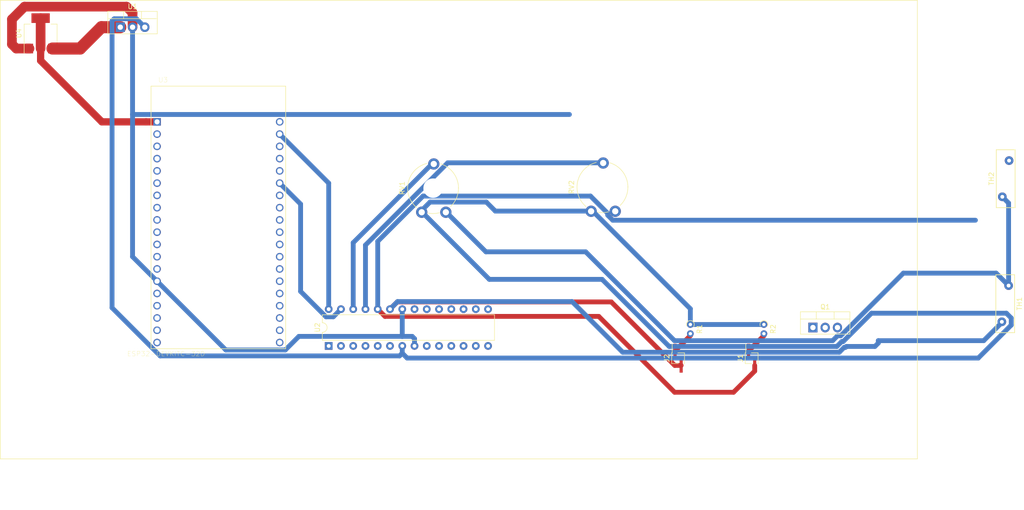
<source format=kicad_pcb>
(kicad_pcb (version 20171130) (host pcbnew "(5.1.2)-2")

  (general
    (thickness 1.6)
    (drawings 31)
    (tracks 112)
    (zones 0)
    (modules 13)
    (nets 69)
  )

  (page A4)
  (layers
    (0 F.Cu signal)
    (31 B.Cu signal)
    (32 B.Adhes user)
    (33 F.Adhes user)
    (34 B.Paste user)
    (35 F.Paste user)
    (36 B.SilkS user)
    (37 F.SilkS user)
    (38 B.Mask user)
    (39 F.Mask user)
    (40 Dwgs.User user)
    (41 Cmts.User user)
    (42 Eco1.User user)
    (43 Eco2.User user)
    (44 Edge.Cuts user)
    (45 Margin user)
    (46 B.CrtYd user)
    (47 F.CrtYd user)
    (48 B.Fab user)
    (49 F.Fab user)
  )

  (setup
    (last_trace_width 1)
    (user_trace_width 0.5)
    (user_trace_width 1)
    (user_trace_width 1.5)
    (user_trace_width 2)
    (user_trace_width 2.5)
    (trace_clearance 0.2)
    (zone_clearance 0.508)
    (zone_45_only no)
    (trace_min 0.2)
    (via_size 0.8)
    (via_drill 0.4)
    (via_min_size 0.4)
    (via_min_drill 0.3)
    (uvia_size 0.3)
    (uvia_drill 0.1)
    (uvias_allowed no)
    (uvia_min_size 0.2)
    (uvia_min_drill 0.1)
    (edge_width 0.05)
    (segment_width 0.2)
    (pcb_text_width 0.3)
    (pcb_text_size 1.5 1.5)
    (mod_edge_width 0.12)
    (mod_text_size 1 1)
    (mod_text_width 0.15)
    (pad_size 1.524 1.524)
    (pad_drill 0.762)
    (pad_to_mask_clearance 0.051)
    (solder_mask_min_width 0.25)
    (aux_axis_origin 0 0)
    (visible_elements 7FFFFFFF)
    (pcbplotparams
      (layerselection 0x010fc_ffffffff)
      (usegerberextensions false)
      (usegerberattributes false)
      (usegerberadvancedattributes false)
      (creategerberjobfile false)
      (excludeedgelayer true)
      (linewidth 0.100000)
      (plotframeref false)
      (viasonmask false)
      (mode 1)
      (useauxorigin false)
      (hpglpennumber 1)
      (hpglpenspeed 20)
      (hpglpendiameter 15.000000)
      (psnegative false)
      (psa4output false)
      (plotreference true)
      (plotvalue true)
      (plotinvisibletext false)
      (padsonsilk false)
      (subtractmaskfromsilk false)
      (outputformat 1)
      (mirror false)
      (drillshape 1)
      (scaleselection 1)
      (outputdirectory ""))
  )

  (net 0 "")
  (net 1 +12V)
  (net 2 GND)
  (net 3 +5V)
  (net 4 "Net-(U2-Pad1)")
  (net 5 "Net-(U2-Pad15)")
  (net 6 "Net-(U2-Pad2)")
  (net 7 "Net-(U2-Pad16)")
  (net 8 "Net-(U2-Pad3)")
  (net 9 "Net-(U2-Pad17)")
  (net 10 "Net-(U2-Pad4)")
  (net 11 "Net-(U2-Pad18)")
  (net 12 "Net-(U2-Pad5)")
  (net 13 "Net-(U2-Pad19)")
  (net 14 "Net-(U2-Pad6)")
  (net 15 "Net-(U2-Pad20)")
  (net 16 "Net-(U2-Pad21)")
  (net 17 "Net-(U2-Pad9)")
  (net 18 "Net-(U2-Pad10)")
  (net 19 "Net-(U2-Pad11)")
  (net 20 "Net-(U2-Pad12)")
  (net 21 "Net-(U2-Pad13)")
  (net 22 "Net-(U2-Pad14)")
  (net 23 DHW-Sensor)
  (net 24 CH-Sensor)
  (net 25 DHW-Pot)
  (net 26 CH-Pot)
  (net 27 SDA)
  (net 28 SCL)
  (net 29 +3V3)
  (net 30 "Net-(J1-Pad1)")
  (net 31 "Net-(J2-Pad1)")
  (net 32 "Net-(Q1-Pad3)")
  (net 33 "Net-(Q1-Pad2)")
  (net 34 "Net-(Q1-Pad1)")
  (net 35 "Net-(U3-Pad38)")
  (net 36 "Net-(U3-Pad37)")
  (net 37 "Net-(U3-Pad36)")
  (net 38 "Net-(U3-Pad35)")
  (net 39 "Net-(U3-Pad34)")
  (net 40 "Net-(U3-Pad33)")
  (net 41 "Net-(U3-Pad32)")
  (net 42 "Net-(U3-Pad31)")
  (net 43 "Net-(U3-Pad30)")
  (net 44 "Net-(U3-Pad29)")
  (net 45 "Net-(U3-Pad28)")
  (net 46 "Net-(U3-Pad27)")
  (net 47 "Net-(U3-Pad26)")
  (net 48 "Net-(U3-Pad24)")
  (net 49 "Net-(U3-Pad23)")
  (net 50 "Net-(U3-Pad22)")
  (net 51 "Net-(U3-Pad20)")
  (net 52 "Net-(U3-Pad18)")
  (net 53 "Net-(U3-Pad17)")
  (net 54 "Net-(U3-Pad16)")
  (net 55 "Net-(U3-Pad15)")
  (net 56 "Net-(U3-Pad13)")
  (net 57 "Net-(U3-Pad12)")
  (net 58 "Net-(U3-Pad11)")
  (net 59 "Net-(U3-Pad10)")
  (net 60 "Net-(U3-Pad9)")
  (net 61 "Net-(U3-Pad8)")
  (net 62 "Net-(U3-Pad7)")
  (net 63 "Net-(U3-Pad6)")
  (net 64 "Net-(U3-Pad5)")
  (net 65 "Net-(U3-Pad4)")
  (net 66 "Net-(U3-Pad3)")
  (net 67 "Net-(U3-Pad19)")
  (net 68 "Net-(U3-Pad2)")

  (net_class Default "This is the default net class."
    (clearance 0.2)
    (trace_width 0.25)
    (via_dia 0.8)
    (via_drill 0.4)
    (uvia_dia 0.3)
    (uvia_drill 0.1)
    (add_net +12V)
    (add_net +3V3)
    (add_net +5V)
    (add_net CH-Pot)
    (add_net CH-Sensor)
    (add_net DHW-Pot)
    (add_net DHW-Sensor)
    (add_net GND)
    (add_net "Net-(J1-Pad1)")
    (add_net "Net-(J2-Pad1)")
    (add_net "Net-(Q1-Pad1)")
    (add_net "Net-(Q1-Pad2)")
    (add_net "Net-(Q1-Pad3)")
    (add_net "Net-(U2-Pad1)")
    (add_net "Net-(U2-Pad10)")
    (add_net "Net-(U2-Pad11)")
    (add_net "Net-(U2-Pad12)")
    (add_net "Net-(U2-Pad13)")
    (add_net "Net-(U2-Pad14)")
    (add_net "Net-(U2-Pad15)")
    (add_net "Net-(U2-Pad16)")
    (add_net "Net-(U2-Pad17)")
    (add_net "Net-(U2-Pad18)")
    (add_net "Net-(U2-Pad19)")
    (add_net "Net-(U2-Pad2)")
    (add_net "Net-(U2-Pad20)")
    (add_net "Net-(U2-Pad21)")
    (add_net "Net-(U2-Pad3)")
    (add_net "Net-(U2-Pad4)")
    (add_net "Net-(U2-Pad5)")
    (add_net "Net-(U2-Pad6)")
    (add_net "Net-(U2-Pad9)")
    (add_net "Net-(U3-Pad10)")
    (add_net "Net-(U3-Pad11)")
    (add_net "Net-(U3-Pad12)")
    (add_net "Net-(U3-Pad13)")
    (add_net "Net-(U3-Pad15)")
    (add_net "Net-(U3-Pad16)")
    (add_net "Net-(U3-Pad17)")
    (add_net "Net-(U3-Pad18)")
    (add_net "Net-(U3-Pad19)")
    (add_net "Net-(U3-Pad2)")
    (add_net "Net-(U3-Pad20)")
    (add_net "Net-(U3-Pad22)")
    (add_net "Net-(U3-Pad23)")
    (add_net "Net-(U3-Pad24)")
    (add_net "Net-(U3-Pad26)")
    (add_net "Net-(U3-Pad27)")
    (add_net "Net-(U3-Pad28)")
    (add_net "Net-(U3-Pad29)")
    (add_net "Net-(U3-Pad3)")
    (add_net "Net-(U3-Pad30)")
    (add_net "Net-(U3-Pad31)")
    (add_net "Net-(U3-Pad32)")
    (add_net "Net-(U3-Pad33)")
    (add_net "Net-(U3-Pad34)")
    (add_net "Net-(U3-Pad35)")
    (add_net "Net-(U3-Pad36)")
    (add_net "Net-(U3-Pad37)")
    (add_net "Net-(U3-Pad38)")
    (add_net "Net-(U3-Pad4)")
    (add_net "Net-(U3-Pad5)")
    (add_net "Net-(U3-Pad6)")
    (add_net "Net-(U3-Pad7)")
    (add_net "Net-(U3-Pad8)")
    (add_net "Net-(U3-Pad9)")
    (add_net SCL)
    (add_net SDA)
  )

  (module Varistor:RV_Disc_D12mm_W3.9mm_P7.5mm (layer F.Cu) (tedit 5A0F68DF) (tstamp 5D329C6A)
    (at 254 63.2 270)
    (descr "Varistor, diameter 12mm, width 3.9mm, pitch 7.5mm")
    (tags "varistor SIOV")
    (path /5D35B18A)
    (fp_text reference TH2 (at 3.75 3.65 90) (layer F.SilkS)
      (effects (font (size 1 1) (thickness 0.15)))
    )
    (fp_text value Thermistor_NTC (at 3.75 -2.25 90) (layer F.Fab)
      (effects (font (size 1 1) (thickness 0.15)))
    )
    (fp_line (start -2.25 -1.25) (end -2.25 2.65) (layer F.Fab) (width 0.1))
    (fp_line (start 9.75 -1.25) (end 9.75 2.65) (layer F.Fab) (width 0.1))
    (fp_line (start -2.25 -1.25) (end 9.75 -1.25) (layer F.Fab) (width 0.1))
    (fp_line (start -2.25 2.65) (end 9.75 2.65) (layer F.Fab) (width 0.1))
    (fp_line (start -2.25 -1.25) (end -2.25 2.65) (layer F.SilkS) (width 0.15))
    (fp_line (start 9.75 -1.25) (end 9.75 2.65) (layer F.SilkS) (width 0.15))
    (fp_line (start -2.25 -1.25) (end 9.75 -1.25) (layer F.SilkS) (width 0.15))
    (fp_line (start -2.25 2.65) (end 9.75 2.65) (layer F.SilkS) (width 0.15))
    (fp_line (start -2.5 -1.5) (end -2.5 2.9) (layer F.CrtYd) (width 0.05))
    (fp_line (start 10 -1.5) (end 10 2.9) (layer F.CrtYd) (width 0.05))
    (fp_line (start -2.5 -1.5) (end 10 -1.5) (layer F.CrtYd) (width 0.05))
    (fp_line (start -2.5 2.9) (end 10 2.9) (layer F.CrtYd) (width 0.05))
    (fp_text user %R (at 3.75 0.7 90) (layer F.Fab)
      (effects (font (size 1 1) (thickness 0.15)))
    )
    (pad 2 thru_hole circle (at 7.5 1.4 270) (size 1.8 1.8) (drill 0.8) (layers *.Cu *.Mask)
      (net 2 GND))
    (pad 1 thru_hole circle (at 0 0 270) (size 1.8 1.8) (drill 0.8) (layers *.Cu *.Mask)
      (net 24 CH-Sensor))
    (model ${KISYS3DMOD}/Varistor.3dshapes/RV_Disc_D12mm_W3.9mm_P7.5mm.wrl
      (at (xyz 0 0 0))
      (scale (xyz 1 1 1))
      (rotate (xyz 0 0 0))
    )
  )

  (module Varistor:RV_Disc_D12mm_W3.9mm_P7.5mm (layer F.Cu) (tedit 5A0F68DF) (tstamp 5D3299C6)
    (at 252.5 96.6 90)
    (descr "Varistor, diameter 12mm, width 3.9mm, pitch 7.5mm")
    (tags "varistor SIOV")
    (path /5D32D107)
    (fp_text reference TH1 (at 3.75 3.65 90) (layer F.SilkS)
      (effects (font (size 1 1) (thickness 0.15)))
    )
    (fp_text value Thermistor_NTC (at 3.75 -2.25 90) (layer F.Fab)
      (effects (font (size 1 1) (thickness 0.15)))
    )
    (fp_line (start -2.25 -1.25) (end -2.25 2.65) (layer F.Fab) (width 0.1))
    (fp_line (start 9.75 -1.25) (end 9.75 2.65) (layer F.Fab) (width 0.1))
    (fp_line (start -2.25 -1.25) (end 9.75 -1.25) (layer F.Fab) (width 0.1))
    (fp_line (start -2.25 2.65) (end 9.75 2.65) (layer F.Fab) (width 0.1))
    (fp_line (start -2.25 -1.25) (end -2.25 2.65) (layer F.SilkS) (width 0.15))
    (fp_line (start 9.75 -1.25) (end 9.75 2.65) (layer F.SilkS) (width 0.15))
    (fp_line (start -2.25 -1.25) (end 9.75 -1.25) (layer F.SilkS) (width 0.15))
    (fp_line (start -2.25 2.65) (end 9.75 2.65) (layer F.SilkS) (width 0.15))
    (fp_line (start -2.5 -1.5) (end -2.5 2.9) (layer F.CrtYd) (width 0.05))
    (fp_line (start 10 -1.5) (end 10 2.9) (layer F.CrtYd) (width 0.05))
    (fp_line (start -2.5 -1.5) (end 10 -1.5) (layer F.CrtYd) (width 0.05))
    (fp_line (start -2.5 2.9) (end 10 2.9) (layer F.CrtYd) (width 0.05))
    (fp_text user %R (at 3.75 0.7 90) (layer F.Fab)
      (effects (font (size 1 1) (thickness 0.15)))
    )
    (pad 2 thru_hole circle (at 7.5 1.4 90) (size 1.8 1.8) (drill 0.8) (layers *.Cu *.Mask)
      (net 2 GND))
    (pad 1 thru_hole circle (at 0 0 90) (size 1.8 1.8) (drill 0.8) (layers *.Cu *.Mask)
      (net 23 DHW-Sensor))
    (model ${KISYS3DMOD}/Varistor.3dshapes/RV_Disc_D12mm_W3.9mm_P7.5mm.wrl
      (at (xyz 0 0 0))
      (scale (xyz 1 1 1))
      (rotate (xyz 0 0 0))
    )
  )

  (module Potentiometer_THT:Potentiometer_Piher_PT-10-V10_Vertical_Hole (layer F.Cu) (tedit 5A3D4994) (tstamp 5D3299B3)
    (at 172.4 73.7 90)
    (descr "Potentiometer, vertical, shaft hole, Piher PT-10-V10, http://www.piher-nacesa.com/pdf/12-PT10v03.pdf")
    (tags "Potentiometer vertical hole Piher PT-10-V10")
    (path /5D326BCA)
    (fp_text reference RV2 (at 5 -9.05 90) (layer F.SilkS)
      (effects (font (size 1 1) (thickness 0.15)))
    )
    (fp_text value 10K (at 5 3.75 90) (layer F.Fab)
      (effects (font (size 1 1) (thickness 0.15)))
    )
    (fp_text user %R (at 1.05 -2.65) (layer F.Fab)
      (effects (font (size 1 1) (thickness 0.15)))
    )
    (fp_line (start 11.45 -8.05) (end -1.45 -8.05) (layer F.CrtYd) (width 0.05))
    (fp_line (start 11.45 2.75) (end 11.45 -8.05) (layer F.CrtYd) (width 0.05))
    (fp_line (start -1.45 2.75) (end 11.45 2.75) (layer F.CrtYd) (width 0.05))
    (fp_line (start -1.45 -8.05) (end -1.45 2.75) (layer F.CrtYd) (width 0.05))
    (fp_circle (center 5 -2.65) (end 10.15 -2.65) (layer F.Fab) (width 0.1))
    (fp_arc (start 5 -2.65) (end 1.209 1.011) (angle -47) (layer F.SilkS) (width 0.12))
    (fp_arc (start 5 -2.65) (end -0.174 -3.656) (angle -25) (layer F.SilkS) (width 0.12))
    (fp_arc (start 5 -2.65) (end 10.114 -3.924) (angle -126) (layer F.SilkS) (width 0.12))
    (fp_arc (start 5 -2.65) (end 5 2.62) (angle -73) (layer F.SilkS) (width 0.12))
    (pad "" np_thru_hole circle (at 5 -2.65 90) (size 4 4) (drill 4) (layers *.Cu *.Mask))
    (pad 1 thru_hole circle (at 0 0 90) (size 2.34 2.34) (drill 1.3) (layers *.Cu *.Mask)
      (net 2 GND))
    (pad 2 thru_hole circle (at 10 -2.5 90) (size 2.34 2.34) (drill 1.3) (layers *.Cu *.Mask)
      (net 25 DHW-Pot))
    (pad 3 thru_hole circle (at 0 -5 90) (size 2.34 2.34) (drill 1.3) (layers *.Cu *.Mask)
      (net 3 +5V))
    (model ${KISYS3DMOD}/Potentiometer_THT.3dshapes/Potentiometer_Piher_PT-10-V10_Vertical_Hole.wrl
      (at (xyz 0 0 0))
      (scale (xyz 1 1 1))
      (rotate (xyz 0 0 0))
    )
  )

  (module Potentiometer_THT:Potentiometer_Piher_PT-10-V10_Vertical_Hole (layer F.Cu) (tedit 5A3D4994) (tstamp 5D329B9E)
    (at 137.3 73.9 90)
    (descr "Potentiometer, vertical, shaft hole, Piher PT-10-V10, http://www.piher-nacesa.com/pdf/12-PT10v03.pdf")
    (tags "Potentiometer vertical hole Piher PT-10-V10")
    (path /5D31631B)
    (fp_text reference RV1 (at 5 -9.05 90) (layer F.SilkS)
      (effects (font (size 1 1) (thickness 0.15)))
    )
    (fp_text value 10K (at 5 3.75 90) (layer F.Fab)
      (effects (font (size 1 1) (thickness 0.15)))
    )
    (fp_text user %R (at 1.05 -2.65) (layer F.Fab)
      (effects (font (size 1 1) (thickness 0.15)))
    )
    (fp_line (start 11.45 -8.05) (end -1.45 -8.05) (layer F.CrtYd) (width 0.05))
    (fp_line (start 11.45 2.75) (end 11.45 -8.05) (layer F.CrtYd) (width 0.05))
    (fp_line (start -1.45 2.75) (end 11.45 2.75) (layer F.CrtYd) (width 0.05))
    (fp_line (start -1.45 -8.05) (end -1.45 2.75) (layer F.CrtYd) (width 0.05))
    (fp_circle (center 5 -2.65) (end 10.15 -2.65) (layer F.Fab) (width 0.1))
    (fp_arc (start 5 -2.65) (end 1.209 1.011) (angle -47) (layer F.SilkS) (width 0.12))
    (fp_arc (start 5 -2.65) (end -0.174 -3.656) (angle -25) (layer F.SilkS) (width 0.12))
    (fp_arc (start 5 -2.65) (end 10.114 -3.924) (angle -126) (layer F.SilkS) (width 0.12))
    (fp_arc (start 5 -2.65) (end 5 2.62) (angle -73) (layer F.SilkS) (width 0.12))
    (pad "" np_thru_hole circle (at 5 -2.65 90) (size 4 4) (drill 4) (layers *.Cu *.Mask))
    (pad 1 thru_hole circle (at 0 0 90) (size 2.34 2.34) (drill 1.3) (layers *.Cu *.Mask)
      (net 2 GND))
    (pad 2 thru_hole circle (at 10 -2.5 90) (size 2.34 2.34) (drill 1.3) (layers *.Cu *.Mask)
      (net 26 CH-Pot))
    (pad 3 thru_hole circle (at 0 -5 90) (size 2.34 2.34) (drill 1.3) (layers *.Cu *.Mask)
      (net 3 +5V))
    (model ${KISYS3DMOD}/Potentiometer_THT.3dshapes/Potentiometer_Piher_PT-10-V10_Vertical_Hole.wrl
      (at (xyz 0 0 0))
      (scale (xyz 1 1 1))
      (rotate (xyz 0 0 0))
    )
  )

  (module ESP32-DEVKITC-32D:MODULE_ESP32-DEVKITC-32D (layer F.Cu) (tedit 5D321FEB) (tstamp 5D3237F4)
    (at 90.17 74.93)
    (path /5D327D6A)
    (fp_text reference U3 (at -11.4644 -28.446) (layer F.SilkS)
      (effects (font (size 1.00039 1.00039) (thickness 0.05)))
    )
    (fp_text value ESP32-DEVKITC-32D (at -10.8363 28.2945) (layer F.SilkS)
      (effects (font (size 1.00105 1.00105) (thickness 0.05)))
    )
    (fp_circle (center -14.6 -19.9) (end -14.46 -19.9) (layer Eco2.User) (width 0.28))
    (fp_circle (center -14.6 -19.9) (end -14.46 -19.9) (layer Eco2.User) (width 0.28))
    (fp_line (start -14.2 27.5) (end -14.2 -27.4) (layer Eco1.User) (width 0.05))
    (fp_line (start 14.2 27.5) (end -14.2 27.5) (layer Eco1.User) (width 0.05))
    (fp_line (start 14.2 -27.4) (end 14.2 27.5) (layer Eco1.User) (width 0.05))
    (fp_line (start -14.2 -27.4) (end 14.2 -27.4) (layer Eco1.User) (width 0.05))
    (fp_line (start 13.95 27.25) (end -13.95 27.25) (layer F.SilkS) (width 0.127))
    (fp_line (start 13.95 -27.15) (end 13.95 27.25) (layer F.SilkS) (width 0.127))
    (fp_line (start -13.95 -27.15) (end 13.95 -27.15) (layer F.SilkS) (width 0.127))
    (fp_line (start -13.95 27.25) (end -13.95 -27.15) (layer F.SilkS) (width 0.127))
    (fp_line (start -13.95 27.25) (end -13.95 -27.15) (layer Eco2.User) (width 0.127))
    (fp_line (start 13.95 27.25) (end -13.95 27.25) (layer Eco2.User) (width 0.127))
    (fp_line (start 13.95 -27.15) (end 13.95 27.25) (layer Eco2.User) (width 0.127))
    (fp_line (start -13.95 -27.15) (end 13.95 -27.15) (layer Eco2.User) (width 0.127))
    (pad 38 thru_hole circle (at 12.7 25.96) (size 1.56 1.56) (drill 1.04) (layers *.Cu *.Mask)
      (net 35 "Net-(U3-Pad38)"))
    (pad 37 thru_hole circle (at 12.7 23.42) (size 1.56 1.56) (drill 1.04) (layers *.Cu *.Mask)
      (net 36 "Net-(U3-Pad37)"))
    (pad 36 thru_hole circle (at 12.7 20.88) (size 1.56 1.56) (drill 1.04) (layers *.Cu *.Mask)
      (net 37 "Net-(U3-Pad36)"))
    (pad 35 thru_hole circle (at 12.7 18.34) (size 1.56 1.56) (drill 1.04) (layers *.Cu *.Mask)
      (net 38 "Net-(U3-Pad35)"))
    (pad 34 thru_hole circle (at 12.7 15.8) (size 1.56 1.56) (drill 1.04) (layers *.Cu *.Mask)
      (net 39 "Net-(U3-Pad34)"))
    (pad 33 thru_hole circle (at 12.7 13.26) (size 1.56 1.56) (drill 1.04) (layers *.Cu *.Mask)
      (net 40 "Net-(U3-Pad33)"))
    (pad 32 thru_hole circle (at 12.7 10.72) (size 1.56 1.56) (drill 1.04) (layers *.Cu *.Mask)
      (net 41 "Net-(U3-Pad32)"))
    (pad 31 thru_hole circle (at 12.7 8.18) (size 1.56 1.56) (drill 1.04) (layers *.Cu *.Mask)
      (net 42 "Net-(U3-Pad31)"))
    (pad 30 thru_hole circle (at 12.7 5.64) (size 1.56 1.56) (drill 1.04) (layers *.Cu *.Mask)
      (net 43 "Net-(U3-Pad30)"))
    (pad 29 thru_hole circle (at 12.7 3.1) (size 1.56 1.56) (drill 1.04) (layers *.Cu *.Mask)
      (net 44 "Net-(U3-Pad29)"))
    (pad 28 thru_hole circle (at 12.7 0.56) (size 1.56 1.56) (drill 1.04) (layers *.Cu *.Mask)
      (net 45 "Net-(U3-Pad28)"))
    (pad 27 thru_hole circle (at 12.7 -1.98) (size 1.56 1.56) (drill 1.04) (layers *.Cu *.Mask)
      (net 46 "Net-(U3-Pad27)"))
    (pad 26 thru_hole circle (at 12.7 -4.52) (size 1.56 1.56) (drill 1.04) (layers *.Cu *.Mask)
      (net 47 "Net-(U3-Pad26)"))
    (pad 25 thru_hole circle (at 12.7 -7.06) (size 1.56 1.56) (drill 1.04) (layers *.Cu *.Mask)
      (net 27 SDA))
    (pad 24 thru_hole circle (at 12.7 -9.6) (size 1.56 1.56) (drill 1.04) (layers *.Cu *.Mask)
      (net 48 "Net-(U3-Pad24)"))
    (pad 23 thru_hole circle (at 12.7 -12.14) (size 1.56 1.56) (drill 1.04) (layers *.Cu *.Mask)
      (net 49 "Net-(U3-Pad23)"))
    (pad 22 thru_hole circle (at 12.7 -14.68) (size 1.56 1.56) (drill 1.04) (layers *.Cu *.Mask)
      (net 50 "Net-(U3-Pad22)"))
    (pad 21 thru_hole circle (at 12.7 -17.22) (size 1.56 1.56) (drill 1.04) (layers *.Cu *.Mask)
      (net 28 SCL))
    (pad 20 thru_hole circle (at 12.7 -19.76) (size 1.56 1.56) (drill 1.04) (layers *.Cu *.Mask)
      (net 51 "Net-(U3-Pad20)"))
    (pad 18 thru_hole circle (at -12.7 23.42) (size 1.56 1.56) (drill 1.04) (layers *.Cu *.Mask)
      (net 52 "Net-(U3-Pad18)"))
    (pad 17 thru_hole circle (at -12.7 20.88) (size 1.56 1.56) (drill 1.04) (layers *.Cu *.Mask)
      (net 53 "Net-(U3-Pad17)"))
    (pad 16 thru_hole circle (at -12.7 18.34) (size 1.56 1.56) (drill 1.04) (layers *.Cu *.Mask)
      (net 54 "Net-(U3-Pad16)"))
    (pad 15 thru_hole circle (at -12.7 15.8) (size 1.56 1.56) (drill 1.04) (layers *.Cu *.Mask)
      (net 55 "Net-(U3-Pad15)"))
    (pad 14 thru_hole circle (at -12.7 13.26) (size 1.56 1.56) (drill 1.04) (layers *.Cu *.Mask)
      (net 2 GND))
    (pad 13 thru_hole circle (at -12.7 10.72) (size 1.56 1.56) (drill 1.04) (layers *.Cu *.Mask)
      (net 56 "Net-(U3-Pad13)"))
    (pad 12 thru_hole circle (at -12.7 8.18) (size 1.56 1.56) (drill 1.04) (layers *.Cu *.Mask)
      (net 57 "Net-(U3-Pad12)"))
    (pad 11 thru_hole circle (at -12.7 5.64) (size 1.56 1.56) (drill 1.04) (layers *.Cu *.Mask)
      (net 58 "Net-(U3-Pad11)"))
    (pad 10 thru_hole circle (at -12.7 3.1) (size 1.56 1.56) (drill 1.04) (layers *.Cu *.Mask)
      (net 59 "Net-(U3-Pad10)"))
    (pad 9 thru_hole circle (at -12.7 0.56) (size 1.56 1.56) (drill 1.04) (layers *.Cu *.Mask)
      (net 60 "Net-(U3-Pad9)"))
    (pad 8 thru_hole circle (at -12.7 -1.98) (size 1.56 1.56) (drill 1.04) (layers *.Cu *.Mask)
      (net 61 "Net-(U3-Pad8)"))
    (pad 7 thru_hole circle (at -12.7 -4.52) (size 1.56 1.56) (drill 1.04) (layers *.Cu *.Mask)
      (net 62 "Net-(U3-Pad7)"))
    (pad 6 thru_hole circle (at -12.7 -7.06) (size 1.56 1.56) (drill 1.04) (layers *.Cu *.Mask)
      (net 63 "Net-(U3-Pad6)"))
    (pad 5 thru_hole circle (at -12.7 -9.6) (size 1.56 1.56) (drill 1.04) (layers *.Cu *.Mask)
      (net 64 "Net-(U3-Pad5)"))
    (pad 4 thru_hole circle (at -12.7 -12.14) (size 1.56 1.56) (drill 1.04) (layers *.Cu *.Mask)
      (net 65 "Net-(U3-Pad4)"))
    (pad 3 thru_hole circle (at -12.7 -14.68) (size 1.56 1.56) (drill 1.04) (layers *.Cu *.Mask)
      (net 66 "Net-(U3-Pad3)"))
    (pad 19 thru_hole circle (at -12.7 25.96) (size 1.56 1.56) (drill 1.04) (layers *.Cu *.Mask)
      (net 67 "Net-(U3-Pad19)"))
    (pad 2 thru_hole circle (at -12.7 -17.22) (size 1.56 1.56) (drill 1.04) (layers *.Cu *.Mask)
      (net 68 "Net-(U3-Pad2)"))
    (pad 1 thru_hole rect (at -12.7 -19.76) (size 1.56 1.56) (drill 1.04) (layers *.Cu *.Mask)
      (net 29 +3V3))
    (model C:/Users/gcasanova/source/repos/GitHub/open-boiler/electronics/kicad-components/esp32-devkitc-32d/ESP32-DEVKITC-32D--3DModel-STEP-56544.STEP
      (offset (xyz 0 -3 5))
      (scale (xyz 1 1 1))
      (rotate (xyz 90 -180 -180))
    )
  )

  (module Package_DIP:DIP-28_W7.62mm (layer F.Cu) (tedit 5A02E8C5) (tstamp 5D2D82EA)
    (at 113.03 101.6 90)
    (descr "28-lead though-hole mounted DIP package, row spacing 7.62 mm (300 mils)")
    (tags "THT DIP DIL PDIP 2.54mm 7.62mm 300mil")
    (path /5D2D52DF)
    (fp_text reference U2 (at 3.81 -2.33 90) (layer F.SilkS)
      (effects (font (size 1 1) (thickness 0.15)))
    )
    (fp_text value ATmega328P-PU (at 3.81 35.35 90) (layer F.Fab)
      (effects (font (size 1 1) (thickness 0.15)))
    )
    (fp_arc (start 3.81 -1.33) (end 2.81 -1.33) (angle -180) (layer F.SilkS) (width 0.12))
    (fp_line (start 1.635 -1.27) (end 6.985 -1.27) (layer F.Fab) (width 0.1))
    (fp_line (start 6.985 -1.27) (end 6.985 34.29) (layer F.Fab) (width 0.1))
    (fp_line (start 6.985 34.29) (end 0.635 34.29) (layer F.Fab) (width 0.1))
    (fp_line (start 0.635 34.29) (end 0.635 -0.27) (layer F.Fab) (width 0.1))
    (fp_line (start 0.635 -0.27) (end 1.635 -1.27) (layer F.Fab) (width 0.1))
    (fp_line (start 2.81 -1.33) (end 1.16 -1.33) (layer F.SilkS) (width 0.12))
    (fp_line (start 1.16 -1.33) (end 1.16 34.35) (layer F.SilkS) (width 0.12))
    (fp_line (start 1.16 34.35) (end 6.46 34.35) (layer F.SilkS) (width 0.12))
    (fp_line (start 6.46 34.35) (end 6.46 -1.33) (layer F.SilkS) (width 0.12))
    (fp_line (start 6.46 -1.33) (end 4.81 -1.33) (layer F.SilkS) (width 0.12))
    (fp_line (start -1.1 -1.55) (end -1.1 34.55) (layer F.CrtYd) (width 0.05))
    (fp_line (start -1.1 34.55) (end 8.7 34.55) (layer F.CrtYd) (width 0.05))
    (fp_line (start 8.7 34.55) (end 8.7 -1.55) (layer F.CrtYd) (width 0.05))
    (fp_line (start 8.7 -1.55) (end -1.1 -1.55) (layer F.CrtYd) (width 0.05))
    (fp_text user %R (at 3.81 16.51 90) (layer F.Fab)
      (effects (font (size 1 1) (thickness 0.15)))
    )
    (pad 1 thru_hole rect (at 0 0 90) (size 1.6 1.6) (drill 0.8) (layers *.Cu *.Mask)
      (net 4 "Net-(U2-Pad1)"))
    (pad 15 thru_hole oval (at 7.62 33.02 90) (size 1.6 1.6) (drill 0.8) (layers *.Cu *.Mask)
      (net 5 "Net-(U2-Pad15)"))
    (pad 2 thru_hole oval (at 0 2.54 90) (size 1.6 1.6) (drill 0.8) (layers *.Cu *.Mask)
      (net 6 "Net-(U2-Pad2)"))
    (pad 16 thru_hole oval (at 7.62 30.48 90) (size 1.6 1.6) (drill 0.8) (layers *.Cu *.Mask)
      (net 7 "Net-(U2-Pad16)"))
    (pad 3 thru_hole oval (at 0 5.08 90) (size 1.6 1.6) (drill 0.8) (layers *.Cu *.Mask)
      (net 8 "Net-(U2-Pad3)"))
    (pad 17 thru_hole oval (at 7.62 27.94 90) (size 1.6 1.6) (drill 0.8) (layers *.Cu *.Mask)
      (net 9 "Net-(U2-Pad17)"))
    (pad 4 thru_hole oval (at 0 7.62 90) (size 1.6 1.6) (drill 0.8) (layers *.Cu *.Mask)
      (net 10 "Net-(U2-Pad4)"))
    (pad 18 thru_hole oval (at 7.62 25.4 90) (size 1.6 1.6) (drill 0.8) (layers *.Cu *.Mask)
      (net 11 "Net-(U2-Pad18)"))
    (pad 5 thru_hole oval (at 0 10.16 90) (size 1.6 1.6) (drill 0.8) (layers *.Cu *.Mask)
      (net 12 "Net-(U2-Pad5)"))
    (pad 19 thru_hole oval (at 7.62 22.86 90) (size 1.6 1.6) (drill 0.8) (layers *.Cu *.Mask)
      (net 13 "Net-(U2-Pad19)"))
    (pad 6 thru_hole oval (at 0 12.7 90) (size 1.6 1.6) (drill 0.8) (layers *.Cu *.Mask)
      (net 14 "Net-(U2-Pad6)"))
    (pad 20 thru_hole oval (at 7.62 20.32 90) (size 1.6 1.6) (drill 0.8) (layers *.Cu *.Mask)
      (net 15 "Net-(U2-Pad20)"))
    (pad 7 thru_hole oval (at 0 15.24 90) (size 1.6 1.6) (drill 0.8) (layers *.Cu *.Mask)
      (net 3 +5V))
    (pad 21 thru_hole oval (at 7.62 17.78 90) (size 1.6 1.6) (drill 0.8) (layers *.Cu *.Mask)
      (net 16 "Net-(U2-Pad21)"))
    (pad 8 thru_hole oval (at 0 17.78 90) (size 1.6 1.6) (drill 0.8) (layers *.Cu *.Mask)
      (net 2 GND))
    (pad 22 thru_hole oval (at 7.62 15.24 90) (size 1.6 1.6) (drill 0.8) (layers *.Cu *.Mask)
      (net 2 GND))
    (pad 9 thru_hole oval (at 0 20.32 90) (size 1.6 1.6) (drill 0.8) (layers *.Cu *.Mask)
      (net 17 "Net-(U2-Pad9)"))
    (pad 23 thru_hole oval (at 7.62 12.7 90) (size 1.6 1.6) (drill 0.8) (layers *.Cu *.Mask)
      (net 23 DHW-Sensor))
    (pad 10 thru_hole oval (at 0 22.86 90) (size 1.6 1.6) (drill 0.8) (layers *.Cu *.Mask)
      (net 18 "Net-(U2-Pad10)"))
    (pad 24 thru_hole oval (at 7.62 10.16 90) (size 1.6 1.6) (drill 0.8) (layers *.Cu *.Mask)
      (net 24 CH-Sensor))
    (pad 11 thru_hole oval (at 0 25.4 90) (size 1.6 1.6) (drill 0.8) (layers *.Cu *.Mask)
      (net 19 "Net-(U2-Pad11)"))
    (pad 25 thru_hole oval (at 7.62 7.62 90) (size 1.6 1.6) (drill 0.8) (layers *.Cu *.Mask)
      (net 25 DHW-Pot))
    (pad 12 thru_hole oval (at 0 27.94 90) (size 1.6 1.6) (drill 0.8) (layers *.Cu *.Mask)
      (net 20 "Net-(U2-Pad12)"))
    (pad 26 thru_hole oval (at 7.62 5.08 90) (size 1.6 1.6) (drill 0.8) (layers *.Cu *.Mask)
      (net 26 CH-Pot))
    (pad 13 thru_hole oval (at 0 30.48 90) (size 1.6 1.6) (drill 0.8) (layers *.Cu *.Mask)
      (net 21 "Net-(U2-Pad13)"))
    (pad 27 thru_hole oval (at 7.62 2.54 90) (size 1.6 1.6) (drill 0.8) (layers *.Cu *.Mask)
      (net 27 SDA))
    (pad 14 thru_hole oval (at 0 33.02 90) (size 1.6 1.6) (drill 0.8) (layers *.Cu *.Mask)
      (net 22 "Net-(U2-Pad14)"))
    (pad 28 thru_hole oval (at 7.62 0 90) (size 1.6 1.6) (drill 0.8) (layers *.Cu *.Mask)
      (net 28 SCL))
    (model ${KISYS3DMOD}/Package_DIP.3dshapes/DIP-28_W7.62mm.wrl
      (at (xyz 0 0 0))
      (scale (xyz 1 1 1))
      (rotate (xyz 0 0 0))
    )
  )

  (module Resistor_THT:R_Axial_DIN0204_L3.6mm_D1.6mm_P1.90mm_Vertical (layer F.Cu) (tedit 5AE5139B) (tstamp 5D32348A)
    (at 203.2 97.16 270)
    (descr "Resistor, Axial_DIN0204 series, Axial, Vertical, pin pitch=1.9mm, 0.167W, length*diameter=3.6*1.6mm^2, http://cdn-reichelt.de/documents/datenblatt/B400/1_4W%23YAG.pdf")
    (tags "Resistor Axial_DIN0204 series Axial Vertical pin pitch 1.9mm 0.167W length 3.6mm diameter 1.6mm")
    (path /5D363702)
    (fp_text reference R2 (at 0.95 -1.92 90) (layer F.SilkS)
      (effects (font (size 1 1) (thickness 0.15)))
    )
    (fp_text value 10K (at 0.95 1.92 90) (layer F.Fab)
      (effects (font (size 1 1) (thickness 0.15)))
    )
    (fp_text user %R (at 0.95 -1.92 90) (layer F.Fab)
      (effects (font (size 1 1) (thickness 0.15)))
    )
    (fp_line (start 2.86 -1.05) (end -1.05 -1.05) (layer F.CrtYd) (width 0.05))
    (fp_line (start 2.86 1.05) (end 2.86 -1.05) (layer F.CrtYd) (width 0.05))
    (fp_line (start -1.05 1.05) (end 2.86 1.05) (layer F.CrtYd) (width 0.05))
    (fp_line (start -1.05 -1.05) (end -1.05 1.05) (layer F.CrtYd) (width 0.05))
    (fp_line (start 0 0) (end 1.9 0) (layer F.Fab) (width 0.1))
    (fp_circle (center 0 0) (end 0.8 0) (layer F.Fab) (width 0.1))
    (fp_arc (start 0 0) (end 0.417133 -0.7) (angle -233.92106) (layer F.SilkS) (width 0.12))
    (pad 2 thru_hole oval (at 1.9 0 270) (size 1.4 1.4) (drill 0.7) (layers *.Cu *.Mask)
      (net 30 "Net-(J1-Pad1)"))
    (pad 1 thru_hole circle (at 0 0 270) (size 1.4 1.4) (drill 0.7) (layers *.Cu *.Mask)
      (net 3 +5V))
    (model ${KISYS3DMOD}/Resistor_THT.3dshapes/R_Axial_DIN0204_L3.6mm_D1.6mm_P1.90mm_Vertical.wrl
      (at (xyz 0 0 0))
      (scale (xyz 1 1 1))
      (rotate (xyz 0 0 0))
    )
  )

  (module Resistor_THT:R_Axial_DIN0204_L3.6mm_D1.6mm_P1.90mm_Vertical (layer F.Cu) (tedit 5AE5139B) (tstamp 5D32347C)
    (at 187.96 97.16 270)
    (descr "Resistor, Axial_DIN0204 series, Axial, Vertical, pin pitch=1.9mm, 0.167W, length*diameter=3.6*1.6mm^2, http://cdn-reichelt.de/documents/datenblatt/B400/1_4W%23YAG.pdf")
    (tags "Resistor Axial_DIN0204 series Axial Vertical pin pitch 1.9mm 0.167W length 3.6mm diameter 1.6mm")
    (path /5D32D126)
    (fp_text reference R1 (at 0.95 -1.92 90) (layer F.SilkS)
      (effects (font (size 1 1) (thickness 0.15)))
    )
    (fp_text value 10K (at 0.95 1.92 90) (layer F.Fab)
      (effects (font (size 1 1) (thickness 0.15)))
    )
    (fp_text user %R (at 0.95 -1.92 90) (layer F.Fab)
      (effects (font (size 1 1) (thickness 0.15)))
    )
    (fp_line (start 2.86 -1.05) (end -1.05 -1.05) (layer F.CrtYd) (width 0.05))
    (fp_line (start 2.86 1.05) (end 2.86 -1.05) (layer F.CrtYd) (width 0.05))
    (fp_line (start -1.05 1.05) (end 2.86 1.05) (layer F.CrtYd) (width 0.05))
    (fp_line (start -1.05 -1.05) (end -1.05 1.05) (layer F.CrtYd) (width 0.05))
    (fp_line (start 0 0) (end 1.9 0) (layer F.Fab) (width 0.1))
    (fp_circle (center 0 0) (end 0.8 0) (layer F.Fab) (width 0.1))
    (fp_arc (start 0 0) (end 0.417133 -0.7) (angle -233.92106) (layer F.SilkS) (width 0.12))
    (pad 2 thru_hole oval (at 1.9 0 270) (size 1.4 1.4) (drill 0.7) (layers *.Cu *.Mask)
      (net 31 "Net-(J2-Pad1)"))
    (pad 1 thru_hole circle (at 0 0 270) (size 1.4 1.4) (drill 0.7) (layers *.Cu *.Mask)
      (net 3 +5V))
    (model ${KISYS3DMOD}/Resistor_THT.3dshapes/R_Axial_DIN0204_L3.6mm_D1.6mm_P1.90mm_Vertical.wrl
      (at (xyz 0 0 0))
      (scale (xyz 1 1 1))
      (rotate (xyz 0 0 0))
    )
  )

  (module Package_TO_SOT_THT:TO-220-3_Vertical (layer F.Cu) (tedit 5AC8BA0D) (tstamp 5D323A3B)
    (at 213.36 97.79)
    (descr "TO-220-3, Vertical, RM 2.54mm, see https://www.vishay.com/docs/66542/to-220-1.pdf")
    (tags "TO-220-3 Vertical RM 2.54mm")
    (path /5D33FFDF)
    (fp_text reference Q1 (at 2.54 -4.27) (layer F.SilkS)
      (effects (font (size 1 1) (thickness 0.15)))
    )
    (fp_text value Q_NMOS_GDS (at 2.54 2.5) (layer F.Fab)
      (effects (font (size 1 1) (thickness 0.15)))
    )
    (fp_text user %R (at 2.54 -4.27) (layer F.Fab)
      (effects (font (size 1 1) (thickness 0.15)))
    )
    (fp_line (start 7.79 -3.4) (end -2.71 -3.4) (layer F.CrtYd) (width 0.05))
    (fp_line (start 7.79 1.51) (end 7.79 -3.4) (layer F.CrtYd) (width 0.05))
    (fp_line (start -2.71 1.51) (end 7.79 1.51) (layer F.CrtYd) (width 0.05))
    (fp_line (start -2.71 -3.4) (end -2.71 1.51) (layer F.CrtYd) (width 0.05))
    (fp_line (start 4.391 -3.27) (end 4.391 -1.76) (layer F.SilkS) (width 0.12))
    (fp_line (start 0.69 -3.27) (end 0.69 -1.76) (layer F.SilkS) (width 0.12))
    (fp_line (start -2.58 -1.76) (end 7.66 -1.76) (layer F.SilkS) (width 0.12))
    (fp_line (start 7.66 -3.27) (end 7.66 1.371) (layer F.SilkS) (width 0.12))
    (fp_line (start -2.58 -3.27) (end -2.58 1.371) (layer F.SilkS) (width 0.12))
    (fp_line (start -2.58 1.371) (end 7.66 1.371) (layer F.SilkS) (width 0.12))
    (fp_line (start -2.58 -3.27) (end 7.66 -3.27) (layer F.SilkS) (width 0.12))
    (fp_line (start 4.39 -3.15) (end 4.39 -1.88) (layer F.Fab) (width 0.1))
    (fp_line (start 0.69 -3.15) (end 0.69 -1.88) (layer F.Fab) (width 0.1))
    (fp_line (start -2.46 -1.88) (end 7.54 -1.88) (layer F.Fab) (width 0.1))
    (fp_line (start 7.54 -3.15) (end -2.46 -3.15) (layer F.Fab) (width 0.1))
    (fp_line (start 7.54 1.25) (end 7.54 -3.15) (layer F.Fab) (width 0.1))
    (fp_line (start -2.46 1.25) (end 7.54 1.25) (layer F.Fab) (width 0.1))
    (fp_line (start -2.46 -3.15) (end -2.46 1.25) (layer F.Fab) (width 0.1))
    (pad 3 thru_hole oval (at 5.08 0) (size 1.905 2) (drill 1.1) (layers *.Cu *.Mask)
      (net 32 "Net-(Q1-Pad3)"))
    (pad 2 thru_hole oval (at 2.54 0) (size 1.905 2) (drill 1.1) (layers *.Cu *.Mask)
      (net 33 "Net-(Q1-Pad2)"))
    (pad 1 thru_hole rect (at 0 0) (size 1.905 2) (drill 1.1) (layers *.Cu *.Mask)
      (net 34 "Net-(Q1-Pad1)"))
    (model ${KISYS3DMOD}/Package_TO_SOT_THT.3dshapes/TO-220-3_Vertical.wrl
      (at (xyz 0 0 0))
      (scale (xyz 1 1 1))
      (rotate (xyz 0 0 0))
    )
  )

  (module Connector_PinHeader_1.27mm:PinHeader_1x02_P1.27mm_Vertical_SMD_Pin1Right (layer F.Cu) (tedit 59FED6E3) (tstamp 5D323454)
    (at 185.42 104.14 90)
    (descr "surface-mounted straight pin header, 1x02, 1.27mm pitch, single row, style 2 (pin 1 right)")
    (tags "Surface mounted pin header SMD 1x02 1.27mm single row style2 pin1 right")
    (path /5D32D140)
    (attr smd)
    (fp_text reference J2 (at 0 -2.33 90) (layer F.SilkS)
      (effects (font (size 1 1) (thickness 0.15)))
    )
    (fp_text value Conn_01x02 (at 0 2.33 90) (layer F.Fab)
      (effects (font (size 1 1) (thickness 0.15)))
    )
    (fp_text user %R (at 0 0) (layer F.Fab)
      (effects (font (size 1 1) (thickness 0.15)))
    )
    (fp_line (start 3.5 -1.8) (end -3.5 -1.8) (layer F.CrtYd) (width 0.05))
    (fp_line (start 3.5 1.8) (end 3.5 -1.8) (layer F.CrtYd) (width 0.05))
    (fp_line (start -3.5 1.8) (end 3.5 1.8) (layer F.CrtYd) (width 0.05))
    (fp_line (start -3.5 -1.8) (end -3.5 1.8) (layer F.CrtYd) (width 0.05))
    (fp_line (start -1.11 1.22) (end -1.11 1.33) (layer F.SilkS) (width 0.12))
    (fp_line (start 1.11 -1.33) (end 1.11 -1.22) (layer F.SilkS) (width 0.12))
    (fp_line (start 1.11 -1.22) (end 2.94 -1.22) (layer F.SilkS) (width 0.12))
    (fp_line (start -1.11 -1.32) (end -1.11 0.05) (layer F.SilkS) (width 0.12))
    (fp_line (start 1.11 -0.05) (end 1.11 1.32) (layer F.SilkS) (width 0.12))
    (fp_line (start -1.11 1.33) (end 1.11 1.33) (layer F.SilkS) (width 0.12))
    (fp_line (start -1.11 -1.33) (end 1.11 -1.33) (layer F.SilkS) (width 0.12))
    (fp_line (start 2.5 -0.435) (end 1.05 -0.435) (layer F.Fab) (width 0.1))
    (fp_line (start 2.5 -0.835) (end 2.5 -0.435) (layer F.Fab) (width 0.1))
    (fp_line (start 1.05 -0.835) (end 2.5 -0.835) (layer F.Fab) (width 0.1))
    (fp_line (start -2.5 0.835) (end -1.05 0.835) (layer F.Fab) (width 0.1))
    (fp_line (start -2.5 0.435) (end -2.5 0.835) (layer F.Fab) (width 0.1))
    (fp_line (start -1.05 0.435) (end -2.5 0.435) (layer F.Fab) (width 0.1))
    (fp_line (start -1.05 -1.27) (end -1.05 1.27) (layer F.Fab) (width 0.1))
    (fp_line (start 1.05 -0.835) (end 0.615 -1.27) (layer F.Fab) (width 0.1))
    (fp_line (start 1.05 1.27) (end 1.05 -0.835) (layer F.Fab) (width 0.1))
    (fp_line (start -1.05 -1.27) (end 0.615 -1.27) (layer F.Fab) (width 0.1))
    (fp_line (start 1.05 1.27) (end -1.05 1.27) (layer F.Fab) (width 0.1))
    (pad 1 smd rect (at 1.5 -0.635 90) (size 3 0.65) (layers F.Cu F.Paste F.Mask)
      (net 31 "Net-(J2-Pad1)"))
    (pad 2 smd rect (at -1.5 0.635 90) (size 3 0.65) (layers F.Cu F.Paste F.Mask)
      (net 23 DHW-Sensor))
    (model ${KISYS3DMOD}/Connector_PinHeader_1.27mm.3dshapes/PinHeader_1x02_P1.27mm_Vertical_SMD_Pin1Right.wrl
      (at (xyz 0 0 0))
      (scale (xyz 1 1 1))
      (rotate (xyz 0 0 0))
    )
  )

  (module Connector_PinHeader_1.27mm:PinHeader_1x02_P1.27mm_Vertical_SMD_Pin1Right (layer F.Cu) (tedit 59FED6E3) (tstamp 5D323437)
    (at 200.66 104.14 90)
    (descr "surface-mounted straight pin header, 1x02, 1.27mm pitch, single row, style 2 (pin 1 right)")
    (tags "Surface mounted pin header SMD 1x02 1.27mm single row style2 pin1 right")
    (path /5D31B04E)
    (attr smd)
    (fp_text reference J1 (at 0 -2.33 90) (layer F.SilkS)
      (effects (font (size 1 1) (thickness 0.15)))
    )
    (fp_text value Conn_01x02 (at 0 2.33 90) (layer F.Fab)
      (effects (font (size 1 1) (thickness 0.15)))
    )
    (fp_text user %R (at 0 0) (layer F.Fab)
      (effects (font (size 1 1) (thickness 0.15)))
    )
    (fp_line (start 3.5 -1.8) (end -3.5 -1.8) (layer F.CrtYd) (width 0.05))
    (fp_line (start 3.5 1.8) (end 3.5 -1.8) (layer F.CrtYd) (width 0.05))
    (fp_line (start -3.5 1.8) (end 3.5 1.8) (layer F.CrtYd) (width 0.05))
    (fp_line (start -3.5 -1.8) (end -3.5 1.8) (layer F.CrtYd) (width 0.05))
    (fp_line (start -1.11 1.22) (end -1.11 1.33) (layer F.SilkS) (width 0.12))
    (fp_line (start 1.11 -1.33) (end 1.11 -1.22) (layer F.SilkS) (width 0.12))
    (fp_line (start 1.11 -1.22) (end 2.94 -1.22) (layer F.SilkS) (width 0.12))
    (fp_line (start -1.11 -1.32) (end -1.11 0.05) (layer F.SilkS) (width 0.12))
    (fp_line (start 1.11 -0.05) (end 1.11 1.32) (layer F.SilkS) (width 0.12))
    (fp_line (start -1.11 1.33) (end 1.11 1.33) (layer F.SilkS) (width 0.12))
    (fp_line (start -1.11 -1.33) (end 1.11 -1.33) (layer F.SilkS) (width 0.12))
    (fp_line (start 2.5 -0.435) (end 1.05 -0.435) (layer F.Fab) (width 0.1))
    (fp_line (start 2.5 -0.835) (end 2.5 -0.435) (layer F.Fab) (width 0.1))
    (fp_line (start 1.05 -0.835) (end 2.5 -0.835) (layer F.Fab) (width 0.1))
    (fp_line (start -2.5 0.835) (end -1.05 0.835) (layer F.Fab) (width 0.1))
    (fp_line (start -2.5 0.435) (end -2.5 0.835) (layer F.Fab) (width 0.1))
    (fp_line (start -1.05 0.435) (end -2.5 0.435) (layer F.Fab) (width 0.1))
    (fp_line (start -1.05 -1.27) (end -1.05 1.27) (layer F.Fab) (width 0.1))
    (fp_line (start 1.05 -0.835) (end 0.615 -1.27) (layer F.Fab) (width 0.1))
    (fp_line (start 1.05 1.27) (end 1.05 -0.835) (layer F.Fab) (width 0.1))
    (fp_line (start -1.05 -1.27) (end 0.615 -1.27) (layer F.Fab) (width 0.1))
    (fp_line (start 1.05 1.27) (end -1.05 1.27) (layer F.Fab) (width 0.1))
    (pad 1 smd rect (at 1.5 -0.635 90) (size 3 0.65) (layers F.Cu F.Paste F.Mask)
      (net 30 "Net-(J1-Pad1)"))
    (pad 2 smd rect (at -1.5 0.635 90) (size 3 0.65) (layers F.Cu F.Paste F.Mask)
      (net 24 CH-Sensor))
    (model ${KISYS3DMOD}/Connector_PinHeader_1.27mm.3dshapes/PinHeader_1x02_P1.27mm_Vertical_SMD_Pin1Right.wrl
      (at (xyz 0 0 0))
      (scale (xyz 1 1 1))
      (rotate (xyz 0 0 0))
    )
  )

  (module Package_TO_SOT_SMD:SOT-223-3_TabPin2 (layer F.Cu) (tedit 5A02FF57) (tstamp 5D321DA8)
    (at 53.34 36.83 90)
    (descr "module CMS SOT223 4 pins")
    (tags "CMS SOT")
    (path /5D338659)
    (attr smd)
    (fp_text reference U4 (at 0 -4.5 90) (layer F.SilkS)
      (effects (font (size 1 1) (thickness 0.15)))
    )
    (fp_text value AMS1117-3.3 (at 0 4.5 90) (layer F.Fab)
      (effects (font (size 1 1) (thickness 0.15)))
    )
    (fp_line (start 1.85 -3.35) (end 1.85 3.35) (layer F.Fab) (width 0.1))
    (fp_line (start -1.85 3.35) (end 1.85 3.35) (layer F.Fab) (width 0.1))
    (fp_line (start -4.1 -3.41) (end 1.91 -3.41) (layer F.SilkS) (width 0.12))
    (fp_line (start -0.85 -3.35) (end 1.85 -3.35) (layer F.Fab) (width 0.1))
    (fp_line (start -1.85 3.41) (end 1.91 3.41) (layer F.SilkS) (width 0.12))
    (fp_line (start -1.85 -2.35) (end -1.85 3.35) (layer F.Fab) (width 0.1))
    (fp_line (start -1.85 -2.35) (end -0.85 -3.35) (layer F.Fab) (width 0.1))
    (fp_line (start -4.4 -3.6) (end -4.4 3.6) (layer F.CrtYd) (width 0.05))
    (fp_line (start -4.4 3.6) (end 4.4 3.6) (layer F.CrtYd) (width 0.05))
    (fp_line (start 4.4 3.6) (end 4.4 -3.6) (layer F.CrtYd) (width 0.05))
    (fp_line (start 4.4 -3.6) (end -4.4 -3.6) (layer F.CrtYd) (width 0.05))
    (fp_line (start 1.91 -3.41) (end 1.91 -2.15) (layer F.SilkS) (width 0.12))
    (fp_line (start 1.91 3.41) (end 1.91 2.15) (layer F.SilkS) (width 0.12))
    (fp_text user %R (at 0 0) (layer F.Fab)
      (effects (font (size 0.8 0.8) (thickness 0.12)))
    )
    (pad 1 smd rect (at -3.15 -2.3 90) (size 2 1.5) (layers F.Cu F.Paste F.Mask)
      (net 2 GND))
    (pad 3 smd rect (at -3.15 2.3 90) (size 2 1.5) (layers F.Cu F.Paste F.Mask)
      (net 1 +12V))
    (pad 2 smd rect (at -3.15 0 90) (size 2 1.5) (layers F.Cu F.Paste F.Mask)
      (net 29 +3V3))
    (pad 2 smd rect (at 3.15 0 90) (size 2 3.8) (layers F.Cu F.Paste F.Mask)
      (net 29 +3V3))
    (model ${KISYS3DMOD}/Package_TO_SOT_SMD.3dshapes/SOT-223.wrl
      (at (xyz 0 0 0))
      (scale (xyz 1 1 1))
      (rotate (xyz 0 0 0))
    )
  )

  (module Package_TO_SOT_THT:TO-220-3_Vertical (layer F.Cu) (tedit 5AC8BA0D) (tstamp 5D2D82BA)
    (at 69.85 35.56)
    (descr "TO-220-3, Vertical, RM 2.54mm, see https://www.vishay.com/docs/66542/to-220-1.pdf")
    (tags "TO-220-3 Vertical RM 2.54mm")
    (path /5D2B8F8A)
    (fp_text reference U1 (at 2.54 -4.27) (layer F.SilkS)
      (effects (font (size 1 1) (thickness 0.15)))
    )
    (fp_text value LM7805_TO220 (at 2.54 2.5) (layer F.Fab)
      (effects (font (size 1 1) (thickness 0.15)))
    )
    (fp_line (start -2.46 -3.15) (end -2.46 1.25) (layer F.Fab) (width 0.1))
    (fp_line (start -2.46 1.25) (end 7.54 1.25) (layer F.Fab) (width 0.1))
    (fp_line (start 7.54 1.25) (end 7.54 -3.15) (layer F.Fab) (width 0.1))
    (fp_line (start 7.54 -3.15) (end -2.46 -3.15) (layer F.Fab) (width 0.1))
    (fp_line (start -2.46 -1.88) (end 7.54 -1.88) (layer F.Fab) (width 0.1))
    (fp_line (start 0.69 -3.15) (end 0.69 -1.88) (layer F.Fab) (width 0.1))
    (fp_line (start 4.39 -3.15) (end 4.39 -1.88) (layer F.Fab) (width 0.1))
    (fp_line (start -2.58 -3.27) (end 7.66 -3.27) (layer F.SilkS) (width 0.12))
    (fp_line (start -2.58 1.371) (end 7.66 1.371) (layer F.SilkS) (width 0.12))
    (fp_line (start -2.58 -3.27) (end -2.58 1.371) (layer F.SilkS) (width 0.12))
    (fp_line (start 7.66 -3.27) (end 7.66 1.371) (layer F.SilkS) (width 0.12))
    (fp_line (start -2.58 -1.76) (end 7.66 -1.76) (layer F.SilkS) (width 0.12))
    (fp_line (start 0.69 -3.27) (end 0.69 -1.76) (layer F.SilkS) (width 0.12))
    (fp_line (start 4.391 -3.27) (end 4.391 -1.76) (layer F.SilkS) (width 0.12))
    (fp_line (start -2.71 -3.4) (end -2.71 1.51) (layer F.CrtYd) (width 0.05))
    (fp_line (start -2.71 1.51) (end 7.79 1.51) (layer F.CrtYd) (width 0.05))
    (fp_line (start 7.79 1.51) (end 7.79 -3.4) (layer F.CrtYd) (width 0.05))
    (fp_line (start 7.79 -3.4) (end -2.71 -3.4) (layer F.CrtYd) (width 0.05))
    (fp_text user %R (at 2.54 -4.27) (layer F.Fab)
      (effects (font (size 1 1) (thickness 0.15)))
    )
    (pad 1 thru_hole rect (at 0 0) (size 1.905 2) (drill 1.1) (layers *.Cu *.Mask)
      (net 1 +12V))
    (pad 2 thru_hole oval (at 2.54 0) (size 1.905 2) (drill 1.1) (layers *.Cu *.Mask)
      (net 2 GND))
    (pad 3 thru_hole oval (at 5.08 0) (size 1.905 2) (drill 1.1) (layers *.Cu *.Mask)
      (net 3 +5V))
    (model ${KISYS3DMOD}/Package_TO_SOT_THT.3dshapes/TO-220-3_Vertical.wrl
      (at (xyz 0 0 0))
      (scale (xyz 1 1 1))
      (rotate (xyz 0 0 0))
    )
  )

  (gr_circle (center 118.7 104.999391) (end 120.75 104.949391) (layer Cmts.User) (width 0.15) (tstamp 5D2DAE22))
  (gr_circle (center 229 105) (end 231.05 104.95) (layer Cmts.User) (width 0.15))
  (dimension 20 (width 0.15) (layer Cmts.User)
    (gr_text "20,000 mm" (at 251.3 115 270) (layer Cmts.User)
      (effects (font (size 1 1) (thickness 0.15)))
    )
    (feature1 (pts (xy 229 125) (xy 250.586421 125)))
    (feature2 (pts (xy 229 105) (xy 250.586421 105)))
    (crossbar (pts (xy 250 105) (xy 250 125)))
    (arrow1a (pts (xy 250 125) (xy 249.413579 123.873496)))
    (arrow1b (pts (xy 250 125) (xy 250.586421 123.873496)))
    (arrow2a (pts (xy 250 105) (xy 249.413579 106.126504)))
    (arrow2b (pts (xy 250 105) (xy 250.586421 106.126504)))
  )
  (dimension 110.3 (width 0.15) (layer Cmts.User)
    (gr_text "110,300 mm" (at 173.85 98.600001) (layer Cmts.User)
      (effects (font (size 1 1) (thickness 0.15)))
    )
    (feature1 (pts (xy 118.7 105) (xy 118.7 99.31358)))
    (feature2 (pts (xy 229 105) (xy 229 99.31358)))
    (crossbar (pts (xy 229 99.900001) (xy 118.7 99.900001)))
    (arrow1a (pts (xy 118.7 99.900001) (xy 119.826504 99.31358)))
    (arrow1b (pts (xy 118.7 99.900001) (xy 119.826504 100.486422)))
    (arrow2a (pts (xy 229 99.900001) (xy 227.873496 99.31358)))
    (arrow2b (pts (xy 229 99.900001) (xy 227.873496 100.486422)))
  )
  (dimension 6 (width 0.15) (layer Cmts.User)
    (gr_text "6,000 mm" (at 232 98.6) (layer Cmts.User)
      (effects (font (size 1 1) (thickness 0.15)))
    )
    (feature1 (pts (xy 229 105) (xy 229 99.313579)))
    (feature2 (pts (xy 235 105) (xy 235 99.313579)))
    (crossbar (pts (xy 235 99.9) (xy 229 99.9)))
    (arrow1a (pts (xy 229 99.9) (xy 230.126504 99.313579)))
    (arrow1b (pts (xy 229 99.9) (xy 230.126504 100.486421)))
    (arrow2a (pts (xy 235 99.9) (xy 233.873496 99.313579)))
    (arrow2b (pts (xy 235 99.9) (xy 233.873496 100.486421)))
  )
  (dimension 9 (width 0.15) (layer Cmts.User)
    (gr_text "9,000 mm" (at 64 136.3) (layer Cmts.User)
      (effects (font (size 1 1) (thickness 0.15)))
    )
    (feature1 (pts (xy 59.5 125) (xy 59.5 135.586421)))
    (feature2 (pts (xy 68.5 125) (xy 68.5 135.586421)))
    (crossbar (pts (xy 68.5 135) (xy 59.5 135)))
    (arrow1a (pts (xy 59.5 135) (xy 60.626504 134.413579)))
    (arrow1b (pts (xy 59.5 135) (xy 60.626504 135.586421)))
    (arrow2a (pts (xy 68.5 135) (xy 67.373496 134.413579)))
    (arrow2b (pts (xy 68.5 135) (xy 67.373496 135.586421)))
  )
  (dimension 4.5 (width 0.15) (layer Cmts.User)
    (gr_text "4,500 mm" (at 70.75 136.3) (layer Cmts.User)
      (effects (font (size 1 1) (thickness 0.15)))
    )
    (feature1 (pts (xy 68.5 125) (xy 68.5 135.586421)))
    (feature2 (pts (xy 73 125) (xy 73 135.586421)))
    (crossbar (pts (xy 73 135) (xy 68.5 135)))
    (arrow1a (pts (xy 68.5 135) (xy 69.626504 134.413579)))
    (arrow1b (pts (xy 68.5 135) (xy 69.626504 135.586421)))
    (arrow2a (pts (xy 73 135) (xy 71.873496 134.413579)))
    (arrow2b (pts (xy 73 135) (xy 71.873496 135.586421)))
  )
  (dimension 14 (width 0.15) (layer Cmts.User)
    (gr_text "14,000 mm" (at 80 136.3) (layer Cmts.User)
      (effects (font (size 1 1) (thickness 0.15)))
    )
    (feature1 (pts (xy 73 125) (xy 73 135.586421)))
    (feature2 (pts (xy 87 125) (xy 87 135.586421)))
    (crossbar (pts (xy 87 135) (xy 73 135)))
    (arrow1a (pts (xy 73 135) (xy 74.126504 134.413579)))
    (arrow1b (pts (xy 73 135) (xy 74.126504 135.586421)))
    (arrow2a (pts (xy 87 135) (xy 85.873496 134.413579)))
    (arrow2b (pts (xy 87 135) (xy 85.873496 135.586421)))
  )
  (dimension 6 (width 0.15) (layer Cmts.User)
    (gr_text "6,000 mm" (at 90 136.3) (layer Cmts.User)
      (effects (font (size 1 1) (thickness 0.15)))
    )
    (feature1 (pts (xy 87 125) (xy 87 135.586421)))
    (feature2 (pts (xy 93 125) (xy 93 135.586421)))
    (crossbar (pts (xy 93 135) (xy 87 135)))
    (arrow1a (pts (xy 87 135) (xy 88.126504 134.413579)))
    (arrow1b (pts (xy 87 135) (xy 88.126504 135.586421)))
    (arrow2a (pts (xy 93 135) (xy 91.873496 134.413579)))
    (arrow2b (pts (xy 93 135) (xy 91.873496 135.586421)))
  )
  (dimension 10 (width 0.15) (layer Cmts.User) (tstamp 5D2DAC39)
    (gr_text "10,000 mm" (at 98 136.3) (layer Cmts.User) (tstamp 5D2DAC39)
      (effects (font (size 1 1) (thickness 0.15)))
    )
    (feature1 (pts (xy 93 125) (xy 93 135.586421)))
    (feature2 (pts (xy 103 125) (xy 103 135.586421)))
    (crossbar (pts (xy 103 135) (xy 93 135)))
    (arrow1a (pts (xy 93 135) (xy 94.126504 134.413579)))
    (arrow1b (pts (xy 93 135) (xy 94.126504 135.586421)))
    (arrow2a (pts (xy 103 135) (xy 101.873496 134.413579)))
    (arrow2b (pts (xy 103 135) (xy 101.873496 135.586421)))
  )
  (dimension 3 (width 0.15) (layer Cmts.User) (tstamp 5D2DAC2B)
    (gr_text "3,000 mm" (at 104.5 136.3) (layer Cmts.User) (tstamp 5D2DAC2B)
      (effects (font (size 1 1) (thickness 0.15)))
    )
    (feature1 (pts (xy 103 125) (xy 103 135.586421)))
    (feature2 (pts (xy 106 125) (xy 106 135.586421)))
    (crossbar (pts (xy 106 135) (xy 103 135)))
    (arrow1a (pts (xy 103 135) (xy 104.126504 134.413579)))
    (arrow1b (pts (xy 103 135) (xy 104.126504 135.586421)))
    (arrow2a (pts (xy 106 135) (xy 104.873496 134.413579)))
    (arrow2b (pts (xy 106 135) (xy 104.873496 135.586421)))
  )
  (dimension 4.5 (width 0.15) (layer Cmts.User)
    (gr_text "4,500 mm" (at 108.25 136.3) (layer Cmts.User)
      (effects (font (size 1 1) (thickness 0.15)))
    )
    (feature1 (pts (xy 106 125) (xy 106 135.586421)))
    (feature2 (pts (xy 110.5 125) (xy 110.5 135.586421)))
    (crossbar (pts (xy 110.5 135) (xy 106 135)))
    (arrow1a (pts (xy 106 135) (xy 107.126504 134.413579)))
    (arrow1b (pts (xy 106 135) (xy 107.126504 135.586421)))
    (arrow2a (pts (xy 110.5 135) (xy 109.373496 134.413579)))
    (arrow2b (pts (xy 110.5 135) (xy 109.373496 135.586421)))
  )
  (dimension 3 (width 0.15) (layer Cmts.User)
    (gr_text "3,000 mm" (at 112 136.3) (layer Cmts.User)
      (effects (font (size 1 1) (thickness 0.15)))
    )
    (feature1 (pts (xy 110.5 125) (xy 110.5 135.586421)))
    (feature2 (pts (xy 113.5 125) (xy 113.5 135.586421)))
    (crossbar (pts (xy 113.5 135) (xy 110.5 135)))
    (arrow1a (pts (xy 110.5 135) (xy 111.626504 134.413579)))
    (arrow1b (pts (xy 110.5 135) (xy 111.626504 135.586421)))
    (arrow2a (pts (xy 113.5 135) (xy 112.373496 134.413579)))
    (arrow2b (pts (xy 113.5 135) (xy 112.373496 135.586421)))
  )
  (dimension 10 (width 0.15) (layer Cmts.User)
    (gr_text "10,000 mm" (at 118.5 136.3) (layer Cmts.User)
      (effects (font (size 1 1) (thickness 0.15)))
    )
    (feature1 (pts (xy 113.5 125) (xy 113.5 135.586421)))
    (feature2 (pts (xy 123.5 125) (xy 123.5 135.586421)))
    (crossbar (pts (xy 123.5 135) (xy 113.5 135)))
    (arrow1a (pts (xy 113.5 135) (xy 114.626504 134.413579)))
    (arrow1b (pts (xy 113.5 135) (xy 114.626504 135.586421)))
    (arrow2a (pts (xy 123.5 135) (xy 122.373496 134.413579)))
    (arrow2b (pts (xy 123.5 135) (xy 122.373496 135.586421)))
  )
  (dimension 15 (width 0.15) (layer Cmts.User)
    (gr_text "15,000 mm" (at 131 136.3) (layer Cmts.User)
      (effects (font (size 1 1) (thickness 0.15)))
    )
    (feature1 (pts (xy 123.5 125) (xy 123.5 135.586421)))
    (feature2 (pts (xy 138.5 125) (xy 138.5 135.586421)))
    (crossbar (pts (xy 138.5 135) (xy 123.5 135)))
    (arrow1a (pts (xy 123.5 135) (xy 124.626504 134.413579)))
    (arrow1b (pts (xy 123.5 135) (xy 124.626504 135.586421)))
    (arrow2a (pts (xy 138.5 135) (xy 137.373496 134.413579)))
    (arrow2b (pts (xy 138.5 135) (xy 137.373496 135.586421)))
  )
  (dimension 23 (width 0.15) (layer Cmts.User)
    (gr_text "23,000 mm" (at 150 136.3) (layer Cmts.User)
      (effects (font (size 1 1) (thickness 0.15)))
    )
    (feature1 (pts (xy 138.5 125) (xy 138.5 135.586421)))
    (feature2 (pts (xy 161.5 125) (xy 161.5 135.586421)))
    (crossbar (pts (xy 161.5 135) (xy 138.5 135)))
    (arrow1a (pts (xy 138.5 135) (xy 139.626504 134.413579)))
    (arrow1b (pts (xy 138.5 135) (xy 139.626504 135.586421)))
    (arrow2a (pts (xy 161.5 135) (xy 160.373496 134.413579)))
    (arrow2b (pts (xy 161.5 135) (xy 160.373496 135.586421)))
  )
  (dimension 7 (width 0.15) (layer Cmts.User)
    (gr_text "7,000 mm" (at 165 136.3) (layer Cmts.User)
      (effects (font (size 1 1) (thickness 0.15)))
    )
    (feature1 (pts (xy 161.5 125) (xy 161.5 135.586421)))
    (feature2 (pts (xy 168.5 125) (xy 168.5 135.586421)))
    (crossbar (pts (xy 168.5 135) (xy 161.5 135)))
    (arrow1a (pts (xy 161.5 135) (xy 162.626504 134.413579)))
    (arrow1b (pts (xy 161.5 135) (xy 162.626504 135.586421)))
    (arrow2a (pts (xy 168.5 135) (xy 167.373496 134.413579)))
    (arrow2b (pts (xy 168.5 135) (xy 167.373496 135.586421)))
  )
  (dimension 4.5 (width 0.15) (layer Cmts.User) (tstamp 5D2DAAEF)
    (gr_text "4,500 mm" (at 170.75 136.3) (layer Cmts.User) (tstamp 5D2DAAEF)
      (effects (font (size 1 1) (thickness 0.15)))
    )
    (feature1 (pts (xy 168.5 125) (xy 168.5 135.586421)))
    (feature2 (pts (xy 173 125) (xy 173 135.586421)))
    (crossbar (pts (xy 173 135) (xy 168.5 135)))
    (arrow1a (pts (xy 168.5 135) (xy 169.626504 134.413579)))
    (arrow1b (pts (xy 168.5 135) (xy 169.626504 135.586421)))
    (arrow2a (pts (xy 173 135) (xy 171.873496 134.413579)))
    (arrow2b (pts (xy 173 135) (xy 171.873496 135.586421)))
  )
  (dimension 3 (width 0.15) (layer Cmts.User) (tstamp 5D2DAADC)
    (gr_text "3,000 mm" (at 174.5 136.3) (layer Cmts.User) (tstamp 5D2DAADC)
      (effects (font (size 1 1) (thickness 0.15)))
    )
    (feature1 (pts (xy 173 125) (xy 173 135.586421)))
    (feature2 (pts (xy 176 125) (xy 176 135.586421)))
    (crossbar (pts (xy 176 135) (xy 173 135)))
    (arrow1a (pts (xy 173 135) (xy 174.126504 134.413579)))
    (arrow1b (pts (xy 173 135) (xy 174.126504 135.586421)))
    (arrow2a (pts (xy 176 135) (xy 174.873496 134.413579)))
    (arrow2b (pts (xy 176 135) (xy 174.873496 135.586421)))
  )
  (dimension 18 (width 0.15) (layer Cmts.User)
    (gr_text "18,000 mm" (at 185 136.3) (layer Cmts.User)
      (effects (font (size 1 1) (thickness 0.15)))
    )
    (feature1 (pts (xy 176 125) (xy 176 135.586421)))
    (feature2 (pts (xy 194 125) (xy 194 135.586421)))
    (crossbar (pts (xy 194 135) (xy 176 135)))
    (arrow1a (pts (xy 176 135) (xy 177.126504 134.413579)))
    (arrow1b (pts (xy 176 135) (xy 177.126504 135.586421)))
    (arrow2a (pts (xy 194 135) (xy 192.873496 134.413579)))
    (arrow2b (pts (xy 194 135) (xy 192.873496 135.586421)))
  )
  (dimension 3 (width 0.15) (layer Cmts.User)
    (gr_text "3,000 mm" (at 195.5 136.3) (layer Cmts.User)
      (effects (font (size 1 1) (thickness 0.15)))
    )
    (feature1 (pts (xy 194 125) (xy 194 135.586421)))
    (feature2 (pts (xy 197 125) (xy 197 135.586421)))
    (crossbar (pts (xy 197 135) (xy 194 135)))
    (arrow1a (pts (xy 194 135) (xy 195.126504 134.413579)))
    (arrow1b (pts (xy 194 135) (xy 195.126504 135.586421)))
    (arrow2a (pts (xy 197 135) (xy 195.873496 134.413579)))
    (arrow2b (pts (xy 197 135) (xy 195.873496 135.586421)))
  )
  (dimension 4.5 (width 0.15) (layer Cmts.User)
    (gr_text "4,500 mm" (at 199.25 136.3) (layer Cmts.User)
      (effects (font (size 1 1) (thickness 0.15)))
    )
    (feature1 (pts (xy 197 125) (xy 197 135.586421)))
    (feature2 (pts (xy 201.5 125) (xy 201.5 135.586421)))
    (crossbar (pts (xy 201.5 135) (xy 197 135)))
    (arrow1a (pts (xy 197 135) (xy 198.126504 134.413579)))
    (arrow1b (pts (xy 197 135) (xy 198.126504 135.586421)))
    (arrow2a (pts (xy 201.5 135) (xy 200.373496 134.413579)))
    (arrow2b (pts (xy 201.5 135) (xy 200.373496 135.586421)))
  )
  (dimension 14 (width 0.15) (layer Cmts.User) (tstamp 5D2DAA19)
    (gr_text "14,000 mm" (at 208.5 136.3) (layer Cmts.User) (tstamp 5D2DAA19)
      (effects (font (size 1 1) (thickness 0.15)))
    )
    (feature1 (pts (xy 201.5 125) (xy 201.5 135.586421)))
    (feature2 (pts (xy 215.5 125) (xy 215.5 135.586421)))
    (crossbar (pts (xy 215.5 135) (xy 201.5 135)))
    (arrow1a (pts (xy 201.5 135) (xy 202.626504 134.413579)))
    (arrow1b (pts (xy 201.5 135) (xy 202.626504 135.586421)))
    (arrow2a (pts (xy 215.5 135) (xy 214.373496 134.413579)))
    (arrow2b (pts (xy 215.5 135) (xy 214.373496 135.586421)))
  )
  (dimension 5.5 (width 0.15) (layer Cmts.User)
    (gr_text "5,500 mm" (at 218.25 136.3) (layer Cmts.User)
      (effects (font (size 1 1) (thickness 0.15)))
    )
    (feature1 (pts (xy 215.5 125) (xy 215.5 135.586421)))
    (feature2 (pts (xy 221 125) (xy 221 135.586421)))
    (crossbar (pts (xy 221 135) (xy 215.5 135)))
    (arrow1a (pts (xy 215.5 135) (xy 216.626504 134.413579)))
    (arrow1b (pts (xy 215.5 135) (xy 216.626504 135.586421)))
    (arrow2a (pts (xy 221 135) (xy 219.873496 134.413579)))
    (arrow2b (pts (xy 221 135) (xy 219.873496 135.586421)))
  )
  (dimension 14 (width 0.15) (layer Cmts.User)
    (gr_text "14,000 mm" (at 228 136.3) (layer Cmts.User)
      (effects (font (size 1 1) (thickness 0.15)))
    )
    (feature1 (pts (xy 221 125) (xy 221 135.586421)))
    (feature2 (pts (xy 235 125) (xy 235 135.586421)))
    (crossbar (pts (xy 235 135) (xy 221 135)))
    (arrow1a (pts (xy 221 135) (xy 222.126504 134.413579)))
    (arrow1b (pts (xy 221 135) (xy 222.126504 135.586421)))
    (arrow2a (pts (xy 235 135) (xy 233.873496 134.413579)))
    (arrow2b (pts (xy 235 135) (xy 233.873496 135.586421)))
  )
  (gr_line (start 235 125) (end 235 30) (layer F.SilkS) (width 0.12) (tstamp 5D2DA85D))
  (gr_line (start 45 125) (end 235 125) (layer F.SilkS) (width 0.12))
  (gr_line (start 45 30) (end 45 125) (layer F.SilkS) (width 0.12))
  (gr_line (start 235 30) (end 45 30) (layer F.SilkS) (width 0.12))
  (dimension 95 (width 0.15) (layer Cmts.User)
    (gr_text "95,000 mm" (at 223.7 77.5 270) (layer Cmts.User)
      (effects (font (size 1 1) (thickness 0.15)))
    )
    (feature1 (pts (xy 225 125) (xy 224.413579 125)))
    (feature2 (pts (xy 225 30) (xy 224.413579 30)))
    (crossbar (pts (xy 225 30) (xy 225 125)))
    (arrow1a (pts (xy 225 125) (xy 224.413579 123.873496)))
    (arrow1b (pts (xy 225 125) (xy 225.586421 123.873496)))
    (arrow2a (pts (xy 225 30) (xy 224.413579 31.126504)))
    (arrow2b (pts (xy 225 30) (xy 225.586421 31.126504)))
  )
  (dimension 190 (width 0.15) (layer Cmts.User) (tstamp 5D329BD6)
    (gr_text "190,000 mm" (at 140 41.3) (layer Cmts.User) (tstamp 5D329BD7)
      (effects (font (size 1 1) (thickness 0.15)))
    )
    (feature1 (pts (xy 235 40) (xy 235 40.586421)))
    (feature2 (pts (xy 45 40) (xy 45 40.586421)))
    (crossbar (pts (xy 45 40) (xy 235 40)))
    (arrow1a (pts (xy 235 40) (xy 233.873496 40.586421)))
    (arrow1b (pts (xy 235 40) (xy 233.873496 39.413579)))
    (arrow2a (pts (xy 45 40) (xy 46.126504 40.586421)))
    (arrow2b (pts (xy 45 40) (xy 46.126504 39.413579)))
  )

  (segment (start 69.85 35.56) (end 65.94 35.56) (width 2.5) (layer F.Cu) (net 1))
  (segment (start 61.52 39.98) (end 55.79001 39.98) (width 2.5) (layer F.Cu) (net 1))
  (segment (start 65.94 35.56) (end 61.52 39.98) (width 2.5) (layer F.Cu) (net 1))
  (segment (start 232.0949 86.52) (end 219.1246 99.4903) (width 1) (layer B.Cu) (net 2))
  (segment (start 219.1246 99.4903) (end 218.4659 99.4903) (width 1) (layer B.Cu) (net 2))
  (segment (start 218.4659 99.4903) (end 217.4471 100.5091) (width 1) (layer B.Cu) (net 2))
  (segment (start 217.4471 100.5091) (end 184.6796 100.5091) (width 1) (layer B.Cu) (net 2))
  (segment (start 184.6796 100.5091) (end 166.2709 82.1004) (width 1) (layer B.Cu) (net 2))
  (segment (start 166.2709 82.1004) (end 145.6004 82.1004) (width 1) (layer B.Cu) (net 2))
  (segment (start 145.6004 82.1004) (end 137.16 73.66) (width 1) (layer B.Cu) (net 2))
  (segment (start 128.27 93.98) (end 128.27 99.62) (width 1) (layer B.Cu) (net 2))
  (segment (start 72.39 53.6446) (end 162.9052 53.6446) (width 1) (layer B.Cu) (net 2))
  (segment (start 72.39 53.6446) (end 72.39 83.11) (width 1) (layer B.Cu) (net 2))
  (segment (start 72.39 83.11) (end 77.47 88.19) (width 1) (layer B.Cu) (net 2))
  (segment (start 72.39 35.56) (end 72.39 53.6446) (width 1) (layer B.Cu) (net 2))
  (segment (start 128.27 99.62) (end 106.8527 99.62) (width 1) (layer B.Cu) (net 2))
  (segment (start 106.8527 99.62) (end 104.0358 102.4369) (width 1) (layer B.Cu) (net 2))
  (segment (start 104.0358 102.4369) (end 91.7169 102.4369) (width 1) (layer B.Cu) (net 2))
  (segment (start 91.7169 102.4369) (end 77.47 88.19) (width 1) (layer B.Cu) (net 2))
  (segment (start 130.81 100.0997) (end 130.3303 99.62) (width 1) (layer B.Cu) (net 2))
  (segment (start 130.3303 99.62) (end 128.27 99.62) (width 1) (layer B.Cu) (net 2))
  (segment (start 130.81 101.6) (end 130.81 100.0997) (width 1) (layer B.Cu) (net 2))
  (segment (start 48.29 39.98) (end 51.04 39.98) (width 2) (layer F.Cu) (net 2))
  (segment (start 72.39 35.56) (end 72.39 32.56) (width 2) (layer F.Cu) (net 2))
  (segment (start 72.39 32.56) (end 71.13 31.3) (width 2) (layer F.Cu) (net 2))
  (segment (start 71.13 31.3) (end 50 31.3) (width 2) (layer F.Cu) (net 2))
  (segment (start 50 31.3) (end 47.4 33.9) (width 2) (layer F.Cu) (net 2))
  (segment (start 47.4 33.9) (end 47.4 39.09) (width 2) (layer F.Cu) (net 2))
  (segment (start 47.4 39.09) (end 48.29 39.98) (width 2) (layer F.Cu) (net 2))
  (segment (start 251.32 86.52) (end 253.9 89.1) (width 1) (layer B.Cu) (net 2))
  (segment (start 232.0949 86.52) (end 251.32 86.52) (width 1) (layer B.Cu) (net 2))
  (segment (start 253.9 72) (end 253.088535 71.188535) (width 1) (layer B.Cu) (net 2))
  (segment (start 253.9 89.1) (end 253.9 72) (width 1) (layer B.Cu) (net 2))
  (segment (start 128.27 103.1003) (end 129.2797 104.11) (width 1) (layer B.Cu) (net 3))
  (segment (start 129.2797 104.11) (end 247.6159 104.11) (width 1) (layer B.Cu) (net 3))
  (segment (start 247.6159 104.11) (end 254.4476 97.2783) (width 1) (layer B.Cu) (net 3))
  (segment (start 254.4476 97.2783) (end 254.4476 95.8262) (width 1) (layer B.Cu) (net 3))
  (segment (start 254.4476 95.8262) (end 253.441 94.8196) (width 1) (layer B.Cu) (net 3))
  (segment (start 253.441 94.8196) (end 225.4928 94.8196) (width 1) (layer B.Cu) (net 3))
  (segment (start 225.4928 94.8196) (end 219.6218 100.6906) (width 1) (layer B.Cu) (net 3))
  (segment (start 219.6218 100.6906) (end 219.3381 100.6906) (width 1) (layer B.Cu) (net 3))
  (segment (start 219.3381 100.6906) (end 218.3193 101.7094) (width 1) (layer B.Cu) (net 3))
  (segment (start 218.3193 101.7094) (end 183.5821 101.7094) (width 1) (layer B.Cu) (net 3))
  (segment (start 183.5821 101.7094) (end 169.6769 87.8042) (width 1) (layer B.Cu) (net 3))
  (segment (start 169.6769 87.8042) (end 146.3042 87.8042) (width 1) (layer B.Cu) (net 3))
  (segment (start 146.3042 87.8042) (end 132.16 73.66) (width 1) (layer B.Cu) (net 3))
  (segment (start 74.93 35.56) (end 73.1814 33.8114) (width 1) (layer B.Cu) (net 3))
  (segment (start 73.1814 33.8114) (end 68.5982 33.8114) (width 1) (layer B.Cu) (net 3))
  (segment (start 68.5982 33.8114) (end 68.1432 34.2664) (width 1) (layer B.Cu) (net 3))
  (segment (start 68.1432 34.2664) (end 68.1432 93.6982) (width 1) (layer B.Cu) (net 3))
  (segment (start 68.1432 93.6982) (end 78.1098 103.6648) (width 1) (layer B.Cu) (net 3))
  (segment (start 78.1098 103.6648) (end 127.7055 103.6648) (width 1) (layer B.Cu) (net 3))
  (segment (start 127.7055 103.6648) (end 128.27 103.1003) (width 1) (layer B.Cu) (net 3))
  (segment (start 128.27 101.6) (end 128.27 103.1003) (width 1) (layer B.Cu) (net 3))
  (segment (start 167.72 73.66) (end 147.5515 73.66) (width 1) (layer B.Cu) (net 3))
  (segment (start 147.5515 73.66) (end 145.6797 71.7882) (width 1) (layer B.Cu) (net 3))
  (segment (start 145.6797 71.7882) (end 134.0318 71.7882) (width 1) (layer B.Cu) (net 3))
  (segment (start 134.0318 71.7882) (end 132.16 73.66) (width 1) (layer B.Cu) (net 3))
  (segment (start 187.96 97.16) (end 187.96 93.9) (width 1) (layer B.Cu) (net 3))
  (segment (start 187.96 93.9) (end 167.72 73.66) (width 1) (layer B.Cu) (net 3))
  (segment (start 187.96 97.16) (end 203.2 97.16) (width 1) (layer B.Cu) (net 3))
  (segment (start 126.529999 93.180001) (end 125.73 93.98) (width 1) (layer F.Cu) (net 23))
  (segment (start 127.230001 92.479999) (end 126.529999 93.180001) (width 1) (layer F.Cu) (net 23))
  (segment (start 171.569999 92.479999) (end 127.230001 92.479999) (width 1) (layer F.Cu) (net 23))
  (segment (start 184.73 105.64) (end 171.569999 92.479999) (width 1) (layer F.Cu) (net 23))
  (segment (start 186.055 105.64) (end 184.73 105.64) (width 1) (layer F.Cu) (net 23))
  (segment (start 127.2974 92.4126) (end 125.73 93.98) (width 1) (layer B.Cu) (net 23))
  (segment (start 163.4541 92.4126) (end 127.2974 92.4126) (width 1) (layer B.Cu) (net 23))
  (segment (start 173.9512 102.9097) (end 163.4541 92.4126) (width 1) (layer B.Cu) (net 23))
  (segment (start 219.8353 101.8909) (end 218.8165 102.9097) (width 1) (layer B.Cu) (net 23))
  (segment (start 248.7409 100.5091) (end 226.9027 100.5091) (width 1) (layer B.Cu) (net 23))
  (segment (start 252.73 96.52) (end 248.7409 100.5091) (width 1) (layer B.Cu) (net 23))
  (segment (start 220.119 101.8909) (end 219.8353 101.8909) (width 1) (layer B.Cu) (net 23))
  (segment (start 226.9027 100.5091) (end 226.9027 101.0063) (width 1) (layer B.Cu) (net 23))
  (segment (start 218.8165 102.9097) (end 173.9512 102.9097) (width 1) (layer B.Cu) (net 23))
  (segment (start 226.9027 101.0063) (end 226.1996 101.7094) (width 1) (layer B.Cu) (net 23))
  (segment (start 226.1996 101.7094) (end 220.3005 101.7094) (width 1) (layer B.Cu) (net 23))
  (segment (start 220.3005 101.7094) (end 220.119 101.8909) (width 1) (layer B.Cu) (net 23))
  (segment (start 247.029 75.551) (end 171.8834 75.551) (width 1) (layer B.Cu) (net 24))
  (segment (start 171.8834 75.551) (end 170.8496 74.5172) (width 1) (layer B.Cu) (net 24))
  (segment (start 170.8496 74.5172) (end 170.8496 74.131) (width 1) (layer B.Cu) (net 24))
  (segment (start 170.8496 74.131) (end 167.2728 70.5542) (width 1) (layer B.Cu) (net 24))
  (segment (start 167.2728 70.5542) (end 132.5675 70.5542) (width 1) (layer B.Cu) (net 24))
  (segment (start 132.5675 70.5542) (end 123.19 79.9317) (width 1) (layer B.Cu) (net 24))
  (segment (start 123.19 79.9317) (end 123.19 93.98) (width 1) (layer B.Cu) (net 24))
  (segment (start 201.295 106.815) (end 201.295 105.64) (width 1) (layer F.Cu) (net 24))
  (segment (start 196.91 111.2) (end 201.295 106.815) (width 1) (layer F.Cu) (net 24))
  (segment (start 184.7 111.2) (end 196.91 111.2) (width 1) (layer F.Cu) (net 24))
  (segment (start 168.980001 95.480001) (end 184.7 111.2) (width 1) (layer F.Cu) (net 24))
  (segment (start 124.690001 95.480001) (end 168.980001 95.480001) (width 1) (layer F.Cu) (net 24))
  (segment (start 123.19 93.98) (end 124.690001 95.480001) (width 1) (layer F.Cu) (net 24))
  (segment (start 170.22 63.66) (end 137.6921 63.66) (width 1) (layer B.Cu) (net 25))
  (segment (start 137.6921 63.66) (end 120.65 80.7021) (width 1) (layer B.Cu) (net 25))
  (segment (start 120.65 80.7021) (end 120.65 93.98) (width 1) (layer B.Cu) (net 25))
  (segment (start 134.66 63.66) (end 118.11 80.21) (width 1) (layer B.Cu) (net 26))
  (segment (start 118.11 80.21) (end 118.11 93.98) (width 1) (layer B.Cu) (net 26))
  (segment (start 115.57 93.98) (end 113.9896 95.5604) (width 1) (layer B.Cu) (net 27))
  (segment (start 113.9896 95.5604) (end 112.469 95.5604) (width 1) (layer B.Cu) (net 27))
  (segment (start 112.469 95.5604) (end 107.2094 90.3008) (width 1) (layer B.Cu) (net 27))
  (segment (start 107.2094 90.3008) (end 107.2094 72.2094) (width 1) (layer B.Cu) (net 27))
  (segment (start 107.2094 72.2094) (end 102.87 67.87) (width 1) (layer B.Cu) (net 27))
  (segment (start 113.03 93.98) (end 113.03 67.87) (width 1) (layer B.Cu) (net 28))
  (segment (start 113.03 67.87) (end 102.87 57.71) (width 1) (layer B.Cu) (net 28))
  (segment (start 53.34 33.68) (end 53.34 39.98) (width 2) (layer F.Cu) (net 29))
  (segment (start 75.19 55.17) (end 77.47 55.17) (width 1.5) (layer F.Cu) (net 29))
  (segment (start 66.03 55.17) (end 75.19 55.17) (width 1.5) (layer F.Cu) (net 29))
  (segment (start 53.34 42.48) (end 66.03 55.17) (width 1.5) (layer F.Cu) (net 29))
  (segment (start 53.34 39.98) (end 53.34 42.48) (width 1.5) (layer F.Cu) (net 29))
  (segment (start 203.2 99.465) (end 200.025 102.64) (width 1) (layer F.Cu) (net 30))
  (segment (start 203.2 99.06) (end 203.2 99.465) (width 1) (layer F.Cu) (net 30))
  (segment (start 187.96 99.465) (end 184.785 102.64) (width 1) (layer F.Cu) (net 31))
  (segment (start 187.96 99.06) (end 187.96 99.465) (width 1) (layer F.Cu) (net 31))

)

</source>
